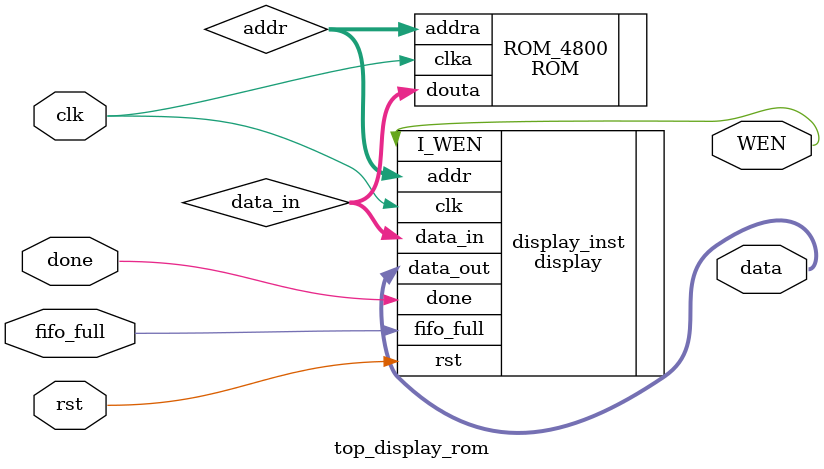
<source format=v>
`timescale 1ns/1ps

module top_display_rom (
input clk, rst, fifo_full, done,
output [23:0] data,
output WEN
);

wire [23:0] data_in;
wire [12:0] addr;

ROM ROM_4800 (
	.clka(clk),
	.addra(addr), // Bus [12 : 0] 
	.douta(data_in)); // Bus [23 : 0]

display display_inst (
    .clk(clk),
    .rst(rst),
	.fifo_full(fifo_full),
    .data_in(data_in),
    .addr(addr),
    .I_WEN(WEN),
    .data_out(data),
	 .done(done)
    );	

endmodule

</source>
